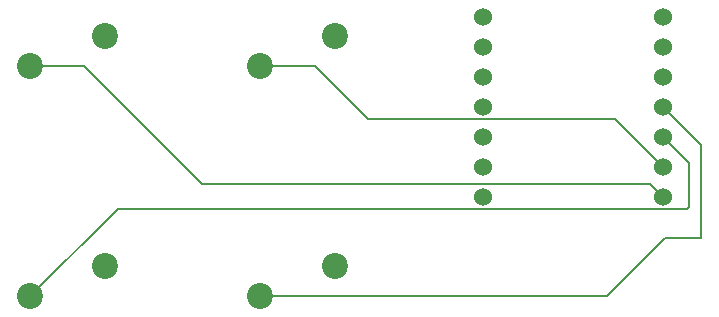
<source format=gbr>
%TF.GenerationSoftware,KiCad,Pcbnew,8.0.8*%
%TF.CreationDate,2025-02-15T15:34:16+01:00*%
%TF.ProjectId,Hacpad,48616370-6164-42e6-9b69-6361645f7063,rev?*%
%TF.SameCoordinates,Original*%
%TF.FileFunction,Copper,L2,Bot*%
%TF.FilePolarity,Positive*%
%FSLAX46Y46*%
G04 Gerber Fmt 4.6, Leading zero omitted, Abs format (unit mm)*
G04 Created by KiCad (PCBNEW 8.0.8) date 2025-02-15 15:34:16*
%MOMM*%
%LPD*%
G01*
G04 APERTURE LIST*
%TA.AperFunction,ComponentPad*%
%ADD10C,2.200000*%
%TD*%
%TA.AperFunction,ComponentPad*%
%ADD11C,1.524000*%
%TD*%
%TA.AperFunction,Conductor*%
%ADD12C,0.200000*%
%TD*%
G04 APERTURE END LIST*
D10*
%TO.P,SW2,1,1*%
%TO.N,GND*%
X81540000Y-54420000D03*
%TO.P,SW2,2,2*%
%TO.N,Net-(U1-GPIO2{slash}SCK)*%
X75190000Y-56960000D03*
%TD*%
%TO.P,SW3,1,1*%
%TO.N,GND*%
X62040000Y-73920000D03*
%TO.P,SW3,2,2*%
%TO.N,Net-(U1-GPIO4{slash}MISO)*%
X55690000Y-76460000D03*
%TD*%
%TO.P,SW1,1,1*%
%TO.N,GND*%
X62040000Y-54420000D03*
%TO.P,SW1,2,2*%
%TO.N,Net-(U1-GPIO1{slash}RX)*%
X55690000Y-56960000D03*
%TD*%
D11*
%TO.P,U1,1,GPIO26/ADC0/A0*%
%TO.N,unconnected-(U1-GPIO26{slash}ADC0{slash}A0-Pad1)*%
X94000000Y-52760000D03*
%TO.P,U1,2,GPIO27/ADC1/A1*%
%TO.N,unconnected-(U1-GPIO27{slash}ADC1{slash}A1-Pad2)*%
X94000000Y-55300000D03*
%TO.P,U1,3,GPIO28/ADC2/A2*%
%TO.N,unconnected-(U1-GPIO28{slash}ADC2{slash}A2-Pad3)*%
X94000000Y-57840000D03*
%TO.P,U1,4,GPIO29/ADC3/A3*%
%TO.N,unconnected-(U1-GPIO29{slash}ADC3{slash}A3-Pad4)*%
X94000000Y-60380000D03*
%TO.P,U1,5,GPIO6/SDA*%
%TO.N,Net-(D1-DIN)*%
X94000000Y-62920000D03*
%TO.P,U1,6,GPIO7/SCL*%
%TO.N,unconnected-(U1-GPIO7{slash}SCL-Pad6)*%
X94000000Y-65460000D03*
%TO.P,U1,7,GPIO0/TX*%
%TO.N,unconnected-(U1-GPIO0{slash}TX-Pad7)*%
X94000000Y-68000000D03*
%TO.P,U1,8,GPIO1/RX*%
%TO.N,Net-(U1-GPIO1{slash}RX)*%
X109240000Y-68000000D03*
%TO.P,U1,9,GPIO2/SCK*%
%TO.N,Net-(U1-GPIO2{slash}SCK)*%
X109240000Y-65460000D03*
%TO.P,U1,10,GPIO4/MISO*%
%TO.N,Net-(U1-GPIO4{slash}MISO)*%
X109240000Y-62920000D03*
%TO.P,U1,11,GPIO3/MOSI*%
%TO.N,Net-(U1-GPIO3{slash}MOSI)*%
X109240000Y-60380000D03*
%TO.P,U1,12,3V3*%
%TO.N,unconnected-(U1-3V3-Pad12)*%
X109240000Y-57840000D03*
%TO.P,U1,13,GND*%
%TO.N,GND*%
X109240000Y-55300000D03*
%TO.P,U1,14,VBUS*%
%TO.N,+5V*%
X109240000Y-52760000D03*
%TD*%
D10*
%TO.P,SW4,1,1*%
%TO.N,GND*%
X81540000Y-73920000D03*
%TO.P,SW4,2,2*%
%TO.N,Net-(U1-GPIO3{slash}MOSI)*%
X75190000Y-76460000D03*
%TD*%
D12*
%TO.N,Net-(U1-GPIO1{slash}RX)*%
X70261402Y-66938000D02*
X108178000Y-66938000D01*
X108178000Y-66938000D02*
X109240000Y-68000000D01*
X60283402Y-56960000D02*
X70261402Y-66938000D01*
X55690000Y-56960000D02*
X60283402Y-56960000D01*
%TO.N,Net-(U1-GPIO2{slash}SCK)*%
X79783402Y-56960000D02*
X75190000Y-56960000D01*
X84265402Y-61442000D02*
X79783402Y-56960000D01*
X109240000Y-65460000D02*
X105222000Y-61442000D01*
X105222000Y-61442000D02*
X84265402Y-61442000D01*
%TO.N,Net-(U1-GPIO4{slash}MISO)*%
X111500000Y-65180000D02*
X109240000Y-62920000D01*
X63088000Y-69062000D02*
X111338000Y-69062000D01*
X55690000Y-76460000D02*
X63088000Y-69062000D01*
X111500000Y-68900000D02*
X111500000Y-65180000D01*
X111338000Y-69062000D02*
X111500000Y-68900000D01*
%TO.N,Net-(U1-GPIO3{slash}MOSI)*%
X104505686Y-76460000D02*
X109465686Y-71500000D01*
X112500000Y-71500000D02*
X112500000Y-63640000D01*
X75190000Y-76460000D02*
X104505686Y-76460000D01*
X109465686Y-71500000D02*
X112500000Y-71500000D01*
X112500000Y-63640000D02*
X109240000Y-60380000D01*
%TD*%
M02*

</source>
